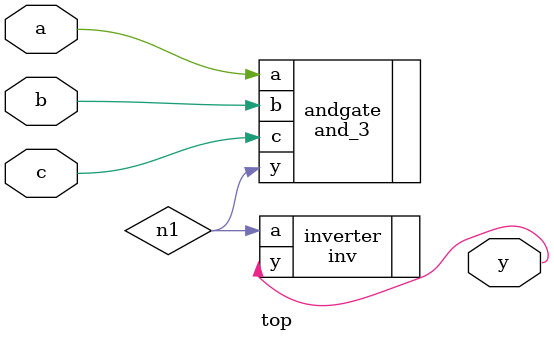
<source format=v>
module top (
  input  a, b, c,
  output y
);
  wire n1;

  and_3 andgate (
    .a(a), .b(b),
    .c(c), .y(n1)
  );

  inv inverter (
    .a(n1), .y(y)
  );
endmodule

</source>
